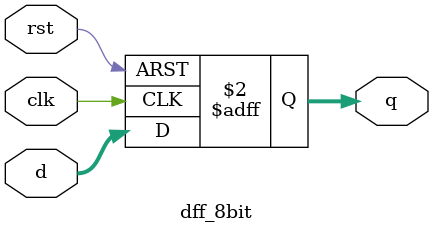
<source format=v>
`timescale 1ns / 1ps

module dff_8bit (
    input        clk,
    input        rst,
    input  [7:0] d,
    output reg [7:0] q
);
    always @(posedge clk or posedge rst) begin
        if (rst)
            q <= 8'd0;
        else
            q <= d;
    end
endmodule

</source>
